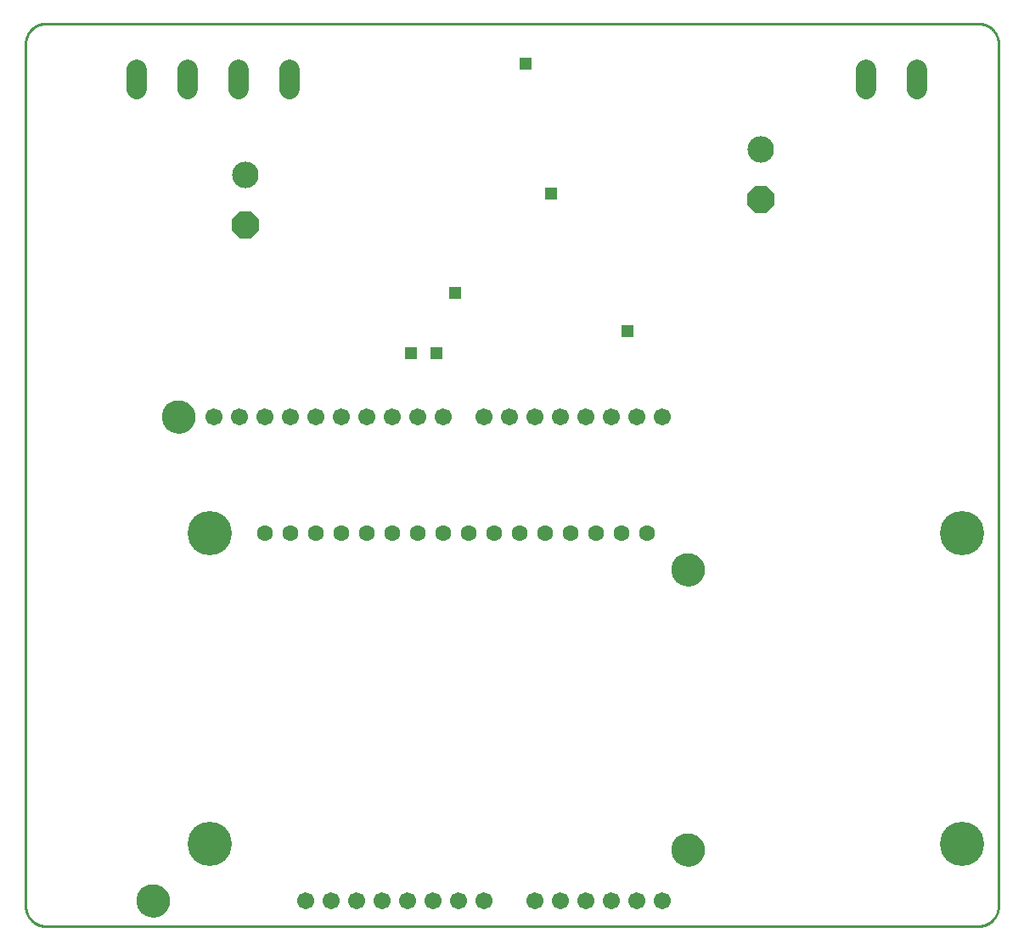
<source format=gbs>
G75*
%MOIN*%
%OFA0B0*%
%FSLAX25Y25*%
%IPPOS*%
%LPD*%
%AMOC8*
5,1,8,0,0,1.08239X$1,22.5*
%
%ADD10C,0.01000*%
%ADD11C,0.00000*%
%ADD12C,0.12998*%
%ADD13C,0.06699*%
%ADD14C,0.06306*%
%ADD15C,0.17392*%
%ADD16C,0.10400*%
%ADD17OC8,0.10400*%
%ADD18C,0.08077*%
%ADD19R,0.05124X0.05124*%
D10*
X0030095Y0010207D02*
X0030095Y0348790D01*
X0030097Y0348980D01*
X0030104Y0349170D01*
X0030116Y0349360D01*
X0030132Y0349550D01*
X0030152Y0349739D01*
X0030178Y0349928D01*
X0030207Y0350116D01*
X0030242Y0350303D01*
X0030281Y0350489D01*
X0030324Y0350674D01*
X0030372Y0350859D01*
X0030424Y0351042D01*
X0030480Y0351223D01*
X0030541Y0351403D01*
X0030607Y0351582D01*
X0030676Y0351759D01*
X0030750Y0351935D01*
X0030828Y0352108D01*
X0030911Y0352280D01*
X0030997Y0352449D01*
X0031087Y0352617D01*
X0031182Y0352782D01*
X0031280Y0352945D01*
X0031383Y0353105D01*
X0031489Y0353263D01*
X0031599Y0353418D01*
X0031712Y0353571D01*
X0031830Y0353721D01*
X0031951Y0353867D01*
X0032075Y0354011D01*
X0032203Y0354152D01*
X0032334Y0354290D01*
X0032469Y0354425D01*
X0032607Y0354556D01*
X0032748Y0354684D01*
X0032892Y0354808D01*
X0033038Y0354929D01*
X0033188Y0355047D01*
X0033341Y0355160D01*
X0033496Y0355270D01*
X0033654Y0355376D01*
X0033814Y0355479D01*
X0033977Y0355577D01*
X0034142Y0355672D01*
X0034310Y0355762D01*
X0034479Y0355848D01*
X0034651Y0355931D01*
X0034824Y0356009D01*
X0035000Y0356083D01*
X0035177Y0356152D01*
X0035356Y0356218D01*
X0035536Y0356279D01*
X0035717Y0356335D01*
X0035900Y0356387D01*
X0036085Y0356435D01*
X0036270Y0356478D01*
X0036456Y0356517D01*
X0036643Y0356552D01*
X0036831Y0356581D01*
X0037020Y0356607D01*
X0037209Y0356627D01*
X0037399Y0356643D01*
X0037589Y0356655D01*
X0037779Y0356662D01*
X0037969Y0356664D01*
X0404111Y0356664D01*
X0404301Y0356662D01*
X0404491Y0356655D01*
X0404681Y0356643D01*
X0404871Y0356627D01*
X0405060Y0356607D01*
X0405249Y0356581D01*
X0405437Y0356552D01*
X0405624Y0356517D01*
X0405810Y0356478D01*
X0405995Y0356435D01*
X0406180Y0356387D01*
X0406363Y0356335D01*
X0406544Y0356279D01*
X0406724Y0356218D01*
X0406903Y0356152D01*
X0407080Y0356083D01*
X0407256Y0356009D01*
X0407429Y0355931D01*
X0407601Y0355848D01*
X0407770Y0355762D01*
X0407938Y0355672D01*
X0408103Y0355577D01*
X0408266Y0355479D01*
X0408426Y0355376D01*
X0408584Y0355270D01*
X0408739Y0355160D01*
X0408892Y0355047D01*
X0409042Y0354929D01*
X0409188Y0354808D01*
X0409332Y0354684D01*
X0409473Y0354556D01*
X0409611Y0354425D01*
X0409746Y0354290D01*
X0409877Y0354152D01*
X0410005Y0354011D01*
X0410129Y0353867D01*
X0410250Y0353721D01*
X0410368Y0353571D01*
X0410481Y0353418D01*
X0410591Y0353263D01*
X0410697Y0353105D01*
X0410800Y0352945D01*
X0410898Y0352782D01*
X0410993Y0352617D01*
X0411083Y0352449D01*
X0411169Y0352280D01*
X0411252Y0352108D01*
X0411330Y0351935D01*
X0411404Y0351759D01*
X0411473Y0351582D01*
X0411539Y0351403D01*
X0411600Y0351223D01*
X0411656Y0351042D01*
X0411708Y0350859D01*
X0411756Y0350674D01*
X0411799Y0350489D01*
X0411838Y0350303D01*
X0411873Y0350116D01*
X0411902Y0349928D01*
X0411928Y0349739D01*
X0411948Y0349550D01*
X0411964Y0349360D01*
X0411976Y0349170D01*
X0411983Y0348980D01*
X0411985Y0348790D01*
X0411985Y0010207D01*
X0411983Y0010017D01*
X0411976Y0009827D01*
X0411964Y0009637D01*
X0411948Y0009447D01*
X0411928Y0009258D01*
X0411902Y0009069D01*
X0411873Y0008881D01*
X0411838Y0008694D01*
X0411799Y0008508D01*
X0411756Y0008323D01*
X0411708Y0008138D01*
X0411656Y0007955D01*
X0411600Y0007774D01*
X0411539Y0007594D01*
X0411473Y0007415D01*
X0411404Y0007238D01*
X0411330Y0007062D01*
X0411252Y0006889D01*
X0411169Y0006717D01*
X0411083Y0006548D01*
X0410993Y0006380D01*
X0410898Y0006215D01*
X0410800Y0006052D01*
X0410697Y0005892D01*
X0410591Y0005734D01*
X0410481Y0005579D01*
X0410368Y0005426D01*
X0410250Y0005276D01*
X0410129Y0005130D01*
X0410005Y0004986D01*
X0409877Y0004845D01*
X0409746Y0004707D01*
X0409611Y0004572D01*
X0409473Y0004441D01*
X0409332Y0004313D01*
X0409188Y0004189D01*
X0409042Y0004068D01*
X0408892Y0003950D01*
X0408739Y0003837D01*
X0408584Y0003727D01*
X0408426Y0003621D01*
X0408266Y0003518D01*
X0408103Y0003420D01*
X0407938Y0003325D01*
X0407770Y0003235D01*
X0407601Y0003149D01*
X0407429Y0003066D01*
X0407256Y0002988D01*
X0407080Y0002914D01*
X0406903Y0002845D01*
X0406724Y0002779D01*
X0406544Y0002718D01*
X0406363Y0002662D01*
X0406180Y0002610D01*
X0405995Y0002562D01*
X0405810Y0002519D01*
X0405624Y0002480D01*
X0405437Y0002445D01*
X0405249Y0002416D01*
X0405060Y0002390D01*
X0404871Y0002370D01*
X0404681Y0002354D01*
X0404491Y0002342D01*
X0404301Y0002335D01*
X0404111Y0002333D01*
X0286158Y0002333D01*
X0286095Y0002333D01*
X0037969Y0002333D01*
X0037779Y0002335D01*
X0037589Y0002342D01*
X0037399Y0002354D01*
X0037209Y0002370D01*
X0037020Y0002390D01*
X0036831Y0002416D01*
X0036643Y0002445D01*
X0036456Y0002480D01*
X0036270Y0002519D01*
X0036085Y0002562D01*
X0035900Y0002610D01*
X0035717Y0002662D01*
X0035536Y0002718D01*
X0035356Y0002779D01*
X0035177Y0002845D01*
X0035000Y0002914D01*
X0034824Y0002988D01*
X0034651Y0003066D01*
X0034479Y0003149D01*
X0034310Y0003235D01*
X0034142Y0003325D01*
X0033977Y0003420D01*
X0033814Y0003518D01*
X0033654Y0003621D01*
X0033496Y0003727D01*
X0033341Y0003837D01*
X0033188Y0003950D01*
X0033038Y0004068D01*
X0032892Y0004189D01*
X0032748Y0004313D01*
X0032607Y0004441D01*
X0032469Y0004572D01*
X0032334Y0004707D01*
X0032203Y0004845D01*
X0032075Y0004986D01*
X0031951Y0005130D01*
X0031830Y0005276D01*
X0031712Y0005426D01*
X0031599Y0005579D01*
X0031489Y0005734D01*
X0031383Y0005892D01*
X0031280Y0006052D01*
X0031182Y0006215D01*
X0031087Y0006380D01*
X0030997Y0006548D01*
X0030911Y0006717D01*
X0030828Y0006889D01*
X0030750Y0007062D01*
X0030676Y0007238D01*
X0030607Y0007415D01*
X0030541Y0007594D01*
X0030480Y0007774D01*
X0030424Y0007955D01*
X0030372Y0008138D01*
X0030324Y0008323D01*
X0030281Y0008508D01*
X0030242Y0008694D01*
X0030207Y0008881D01*
X0030178Y0009069D01*
X0030152Y0009258D01*
X0030132Y0009447D01*
X0030116Y0009637D01*
X0030104Y0009827D01*
X0030097Y0010017D01*
X0030095Y0010207D01*
X0286095Y0002334D02*
X0286105Y0002341D01*
X0286115Y0002345D01*
X0286127Y0002347D01*
X0286139Y0002345D01*
X0286150Y0002341D01*
X0286159Y0002334D01*
D11*
X0283796Y0032333D02*
X0283798Y0032491D01*
X0283804Y0032649D01*
X0283814Y0032807D01*
X0283828Y0032965D01*
X0283846Y0033122D01*
X0283867Y0033279D01*
X0283893Y0033435D01*
X0283923Y0033591D01*
X0283956Y0033746D01*
X0283994Y0033899D01*
X0284035Y0034052D01*
X0284080Y0034204D01*
X0284129Y0034355D01*
X0284182Y0034504D01*
X0284238Y0034652D01*
X0284298Y0034798D01*
X0284362Y0034943D01*
X0284430Y0035086D01*
X0284501Y0035228D01*
X0284575Y0035368D01*
X0284653Y0035505D01*
X0284735Y0035641D01*
X0284819Y0035775D01*
X0284908Y0035906D01*
X0284999Y0036035D01*
X0285094Y0036162D01*
X0285191Y0036287D01*
X0285292Y0036409D01*
X0285396Y0036528D01*
X0285503Y0036645D01*
X0285613Y0036759D01*
X0285726Y0036870D01*
X0285841Y0036979D01*
X0285959Y0037084D01*
X0286080Y0037186D01*
X0286203Y0037286D01*
X0286329Y0037382D01*
X0286457Y0037475D01*
X0286587Y0037565D01*
X0286720Y0037651D01*
X0286855Y0037735D01*
X0286991Y0037814D01*
X0287130Y0037891D01*
X0287271Y0037963D01*
X0287413Y0038033D01*
X0287557Y0038098D01*
X0287703Y0038160D01*
X0287850Y0038218D01*
X0287999Y0038273D01*
X0288149Y0038324D01*
X0288300Y0038371D01*
X0288452Y0038414D01*
X0288605Y0038453D01*
X0288760Y0038489D01*
X0288915Y0038520D01*
X0289071Y0038548D01*
X0289227Y0038572D01*
X0289384Y0038592D01*
X0289542Y0038608D01*
X0289699Y0038620D01*
X0289858Y0038628D01*
X0290016Y0038632D01*
X0290174Y0038632D01*
X0290332Y0038628D01*
X0290491Y0038620D01*
X0290648Y0038608D01*
X0290806Y0038592D01*
X0290963Y0038572D01*
X0291119Y0038548D01*
X0291275Y0038520D01*
X0291430Y0038489D01*
X0291585Y0038453D01*
X0291738Y0038414D01*
X0291890Y0038371D01*
X0292041Y0038324D01*
X0292191Y0038273D01*
X0292340Y0038218D01*
X0292487Y0038160D01*
X0292633Y0038098D01*
X0292777Y0038033D01*
X0292919Y0037963D01*
X0293060Y0037891D01*
X0293199Y0037814D01*
X0293335Y0037735D01*
X0293470Y0037651D01*
X0293603Y0037565D01*
X0293733Y0037475D01*
X0293861Y0037382D01*
X0293987Y0037286D01*
X0294110Y0037186D01*
X0294231Y0037084D01*
X0294349Y0036979D01*
X0294464Y0036870D01*
X0294577Y0036759D01*
X0294687Y0036645D01*
X0294794Y0036528D01*
X0294898Y0036409D01*
X0294999Y0036287D01*
X0295096Y0036162D01*
X0295191Y0036035D01*
X0295282Y0035906D01*
X0295371Y0035775D01*
X0295455Y0035641D01*
X0295537Y0035505D01*
X0295615Y0035368D01*
X0295689Y0035228D01*
X0295760Y0035086D01*
X0295828Y0034943D01*
X0295892Y0034798D01*
X0295952Y0034652D01*
X0296008Y0034504D01*
X0296061Y0034355D01*
X0296110Y0034204D01*
X0296155Y0034052D01*
X0296196Y0033899D01*
X0296234Y0033746D01*
X0296267Y0033591D01*
X0296297Y0033435D01*
X0296323Y0033279D01*
X0296344Y0033122D01*
X0296362Y0032965D01*
X0296376Y0032807D01*
X0296386Y0032649D01*
X0296392Y0032491D01*
X0296394Y0032333D01*
X0296392Y0032175D01*
X0296386Y0032017D01*
X0296376Y0031859D01*
X0296362Y0031701D01*
X0296344Y0031544D01*
X0296323Y0031387D01*
X0296297Y0031231D01*
X0296267Y0031075D01*
X0296234Y0030920D01*
X0296196Y0030767D01*
X0296155Y0030614D01*
X0296110Y0030462D01*
X0296061Y0030311D01*
X0296008Y0030162D01*
X0295952Y0030014D01*
X0295892Y0029868D01*
X0295828Y0029723D01*
X0295760Y0029580D01*
X0295689Y0029438D01*
X0295615Y0029298D01*
X0295537Y0029161D01*
X0295455Y0029025D01*
X0295371Y0028891D01*
X0295282Y0028760D01*
X0295191Y0028631D01*
X0295096Y0028504D01*
X0294999Y0028379D01*
X0294898Y0028257D01*
X0294794Y0028138D01*
X0294687Y0028021D01*
X0294577Y0027907D01*
X0294464Y0027796D01*
X0294349Y0027687D01*
X0294231Y0027582D01*
X0294110Y0027480D01*
X0293987Y0027380D01*
X0293861Y0027284D01*
X0293733Y0027191D01*
X0293603Y0027101D01*
X0293470Y0027015D01*
X0293335Y0026931D01*
X0293199Y0026852D01*
X0293060Y0026775D01*
X0292919Y0026703D01*
X0292777Y0026633D01*
X0292633Y0026568D01*
X0292487Y0026506D01*
X0292340Y0026448D01*
X0292191Y0026393D01*
X0292041Y0026342D01*
X0291890Y0026295D01*
X0291738Y0026252D01*
X0291585Y0026213D01*
X0291430Y0026177D01*
X0291275Y0026146D01*
X0291119Y0026118D01*
X0290963Y0026094D01*
X0290806Y0026074D01*
X0290648Y0026058D01*
X0290491Y0026046D01*
X0290332Y0026038D01*
X0290174Y0026034D01*
X0290016Y0026034D01*
X0289858Y0026038D01*
X0289699Y0026046D01*
X0289542Y0026058D01*
X0289384Y0026074D01*
X0289227Y0026094D01*
X0289071Y0026118D01*
X0288915Y0026146D01*
X0288760Y0026177D01*
X0288605Y0026213D01*
X0288452Y0026252D01*
X0288300Y0026295D01*
X0288149Y0026342D01*
X0287999Y0026393D01*
X0287850Y0026448D01*
X0287703Y0026506D01*
X0287557Y0026568D01*
X0287413Y0026633D01*
X0287271Y0026703D01*
X0287130Y0026775D01*
X0286991Y0026852D01*
X0286855Y0026931D01*
X0286720Y0027015D01*
X0286587Y0027101D01*
X0286457Y0027191D01*
X0286329Y0027284D01*
X0286203Y0027380D01*
X0286080Y0027480D01*
X0285959Y0027582D01*
X0285841Y0027687D01*
X0285726Y0027796D01*
X0285613Y0027907D01*
X0285503Y0028021D01*
X0285396Y0028138D01*
X0285292Y0028257D01*
X0285191Y0028379D01*
X0285094Y0028504D01*
X0284999Y0028631D01*
X0284908Y0028760D01*
X0284819Y0028891D01*
X0284735Y0029025D01*
X0284653Y0029161D01*
X0284575Y0029298D01*
X0284501Y0029438D01*
X0284430Y0029580D01*
X0284362Y0029723D01*
X0284298Y0029868D01*
X0284238Y0030014D01*
X0284182Y0030162D01*
X0284129Y0030311D01*
X0284080Y0030462D01*
X0284035Y0030614D01*
X0283994Y0030767D01*
X0283956Y0030920D01*
X0283923Y0031075D01*
X0283893Y0031231D01*
X0283867Y0031387D01*
X0283846Y0031544D01*
X0283828Y0031701D01*
X0283814Y0031859D01*
X0283804Y0032017D01*
X0283798Y0032175D01*
X0283796Y0032333D01*
X0283796Y0142333D02*
X0283798Y0142491D01*
X0283804Y0142649D01*
X0283814Y0142807D01*
X0283828Y0142965D01*
X0283846Y0143122D01*
X0283867Y0143279D01*
X0283893Y0143435D01*
X0283923Y0143591D01*
X0283956Y0143746D01*
X0283994Y0143899D01*
X0284035Y0144052D01*
X0284080Y0144204D01*
X0284129Y0144355D01*
X0284182Y0144504D01*
X0284238Y0144652D01*
X0284298Y0144798D01*
X0284362Y0144943D01*
X0284430Y0145086D01*
X0284501Y0145228D01*
X0284575Y0145368D01*
X0284653Y0145505D01*
X0284735Y0145641D01*
X0284819Y0145775D01*
X0284908Y0145906D01*
X0284999Y0146035D01*
X0285094Y0146162D01*
X0285191Y0146287D01*
X0285292Y0146409D01*
X0285396Y0146528D01*
X0285503Y0146645D01*
X0285613Y0146759D01*
X0285726Y0146870D01*
X0285841Y0146979D01*
X0285959Y0147084D01*
X0286080Y0147186D01*
X0286203Y0147286D01*
X0286329Y0147382D01*
X0286457Y0147475D01*
X0286587Y0147565D01*
X0286720Y0147651D01*
X0286855Y0147735D01*
X0286991Y0147814D01*
X0287130Y0147891D01*
X0287271Y0147963D01*
X0287413Y0148033D01*
X0287557Y0148098D01*
X0287703Y0148160D01*
X0287850Y0148218D01*
X0287999Y0148273D01*
X0288149Y0148324D01*
X0288300Y0148371D01*
X0288452Y0148414D01*
X0288605Y0148453D01*
X0288760Y0148489D01*
X0288915Y0148520D01*
X0289071Y0148548D01*
X0289227Y0148572D01*
X0289384Y0148592D01*
X0289542Y0148608D01*
X0289699Y0148620D01*
X0289858Y0148628D01*
X0290016Y0148632D01*
X0290174Y0148632D01*
X0290332Y0148628D01*
X0290491Y0148620D01*
X0290648Y0148608D01*
X0290806Y0148592D01*
X0290963Y0148572D01*
X0291119Y0148548D01*
X0291275Y0148520D01*
X0291430Y0148489D01*
X0291585Y0148453D01*
X0291738Y0148414D01*
X0291890Y0148371D01*
X0292041Y0148324D01*
X0292191Y0148273D01*
X0292340Y0148218D01*
X0292487Y0148160D01*
X0292633Y0148098D01*
X0292777Y0148033D01*
X0292919Y0147963D01*
X0293060Y0147891D01*
X0293199Y0147814D01*
X0293335Y0147735D01*
X0293470Y0147651D01*
X0293603Y0147565D01*
X0293733Y0147475D01*
X0293861Y0147382D01*
X0293987Y0147286D01*
X0294110Y0147186D01*
X0294231Y0147084D01*
X0294349Y0146979D01*
X0294464Y0146870D01*
X0294577Y0146759D01*
X0294687Y0146645D01*
X0294794Y0146528D01*
X0294898Y0146409D01*
X0294999Y0146287D01*
X0295096Y0146162D01*
X0295191Y0146035D01*
X0295282Y0145906D01*
X0295371Y0145775D01*
X0295455Y0145641D01*
X0295537Y0145505D01*
X0295615Y0145368D01*
X0295689Y0145228D01*
X0295760Y0145086D01*
X0295828Y0144943D01*
X0295892Y0144798D01*
X0295952Y0144652D01*
X0296008Y0144504D01*
X0296061Y0144355D01*
X0296110Y0144204D01*
X0296155Y0144052D01*
X0296196Y0143899D01*
X0296234Y0143746D01*
X0296267Y0143591D01*
X0296297Y0143435D01*
X0296323Y0143279D01*
X0296344Y0143122D01*
X0296362Y0142965D01*
X0296376Y0142807D01*
X0296386Y0142649D01*
X0296392Y0142491D01*
X0296394Y0142333D01*
X0296392Y0142175D01*
X0296386Y0142017D01*
X0296376Y0141859D01*
X0296362Y0141701D01*
X0296344Y0141544D01*
X0296323Y0141387D01*
X0296297Y0141231D01*
X0296267Y0141075D01*
X0296234Y0140920D01*
X0296196Y0140767D01*
X0296155Y0140614D01*
X0296110Y0140462D01*
X0296061Y0140311D01*
X0296008Y0140162D01*
X0295952Y0140014D01*
X0295892Y0139868D01*
X0295828Y0139723D01*
X0295760Y0139580D01*
X0295689Y0139438D01*
X0295615Y0139298D01*
X0295537Y0139161D01*
X0295455Y0139025D01*
X0295371Y0138891D01*
X0295282Y0138760D01*
X0295191Y0138631D01*
X0295096Y0138504D01*
X0294999Y0138379D01*
X0294898Y0138257D01*
X0294794Y0138138D01*
X0294687Y0138021D01*
X0294577Y0137907D01*
X0294464Y0137796D01*
X0294349Y0137687D01*
X0294231Y0137582D01*
X0294110Y0137480D01*
X0293987Y0137380D01*
X0293861Y0137284D01*
X0293733Y0137191D01*
X0293603Y0137101D01*
X0293470Y0137015D01*
X0293335Y0136931D01*
X0293199Y0136852D01*
X0293060Y0136775D01*
X0292919Y0136703D01*
X0292777Y0136633D01*
X0292633Y0136568D01*
X0292487Y0136506D01*
X0292340Y0136448D01*
X0292191Y0136393D01*
X0292041Y0136342D01*
X0291890Y0136295D01*
X0291738Y0136252D01*
X0291585Y0136213D01*
X0291430Y0136177D01*
X0291275Y0136146D01*
X0291119Y0136118D01*
X0290963Y0136094D01*
X0290806Y0136074D01*
X0290648Y0136058D01*
X0290491Y0136046D01*
X0290332Y0136038D01*
X0290174Y0136034D01*
X0290016Y0136034D01*
X0289858Y0136038D01*
X0289699Y0136046D01*
X0289542Y0136058D01*
X0289384Y0136074D01*
X0289227Y0136094D01*
X0289071Y0136118D01*
X0288915Y0136146D01*
X0288760Y0136177D01*
X0288605Y0136213D01*
X0288452Y0136252D01*
X0288300Y0136295D01*
X0288149Y0136342D01*
X0287999Y0136393D01*
X0287850Y0136448D01*
X0287703Y0136506D01*
X0287557Y0136568D01*
X0287413Y0136633D01*
X0287271Y0136703D01*
X0287130Y0136775D01*
X0286991Y0136852D01*
X0286855Y0136931D01*
X0286720Y0137015D01*
X0286587Y0137101D01*
X0286457Y0137191D01*
X0286329Y0137284D01*
X0286203Y0137380D01*
X0286080Y0137480D01*
X0285959Y0137582D01*
X0285841Y0137687D01*
X0285726Y0137796D01*
X0285613Y0137907D01*
X0285503Y0138021D01*
X0285396Y0138138D01*
X0285292Y0138257D01*
X0285191Y0138379D01*
X0285094Y0138504D01*
X0284999Y0138631D01*
X0284908Y0138760D01*
X0284819Y0138891D01*
X0284735Y0139025D01*
X0284653Y0139161D01*
X0284575Y0139298D01*
X0284501Y0139438D01*
X0284430Y0139580D01*
X0284362Y0139723D01*
X0284298Y0139868D01*
X0284238Y0140014D01*
X0284182Y0140162D01*
X0284129Y0140311D01*
X0284080Y0140462D01*
X0284035Y0140614D01*
X0283994Y0140767D01*
X0283956Y0140920D01*
X0283923Y0141075D01*
X0283893Y0141231D01*
X0283867Y0141387D01*
X0283846Y0141544D01*
X0283828Y0141701D01*
X0283814Y0141859D01*
X0283804Y0142017D01*
X0283798Y0142175D01*
X0283796Y0142333D01*
X0083796Y0202333D02*
X0083798Y0202491D01*
X0083804Y0202649D01*
X0083814Y0202807D01*
X0083828Y0202965D01*
X0083846Y0203122D01*
X0083867Y0203279D01*
X0083893Y0203435D01*
X0083923Y0203591D01*
X0083956Y0203746D01*
X0083994Y0203899D01*
X0084035Y0204052D01*
X0084080Y0204204D01*
X0084129Y0204355D01*
X0084182Y0204504D01*
X0084238Y0204652D01*
X0084298Y0204798D01*
X0084362Y0204943D01*
X0084430Y0205086D01*
X0084501Y0205228D01*
X0084575Y0205368D01*
X0084653Y0205505D01*
X0084735Y0205641D01*
X0084819Y0205775D01*
X0084908Y0205906D01*
X0084999Y0206035D01*
X0085094Y0206162D01*
X0085191Y0206287D01*
X0085292Y0206409D01*
X0085396Y0206528D01*
X0085503Y0206645D01*
X0085613Y0206759D01*
X0085726Y0206870D01*
X0085841Y0206979D01*
X0085959Y0207084D01*
X0086080Y0207186D01*
X0086203Y0207286D01*
X0086329Y0207382D01*
X0086457Y0207475D01*
X0086587Y0207565D01*
X0086720Y0207651D01*
X0086855Y0207735D01*
X0086991Y0207814D01*
X0087130Y0207891D01*
X0087271Y0207963D01*
X0087413Y0208033D01*
X0087557Y0208098D01*
X0087703Y0208160D01*
X0087850Y0208218D01*
X0087999Y0208273D01*
X0088149Y0208324D01*
X0088300Y0208371D01*
X0088452Y0208414D01*
X0088605Y0208453D01*
X0088760Y0208489D01*
X0088915Y0208520D01*
X0089071Y0208548D01*
X0089227Y0208572D01*
X0089384Y0208592D01*
X0089542Y0208608D01*
X0089699Y0208620D01*
X0089858Y0208628D01*
X0090016Y0208632D01*
X0090174Y0208632D01*
X0090332Y0208628D01*
X0090491Y0208620D01*
X0090648Y0208608D01*
X0090806Y0208592D01*
X0090963Y0208572D01*
X0091119Y0208548D01*
X0091275Y0208520D01*
X0091430Y0208489D01*
X0091585Y0208453D01*
X0091738Y0208414D01*
X0091890Y0208371D01*
X0092041Y0208324D01*
X0092191Y0208273D01*
X0092340Y0208218D01*
X0092487Y0208160D01*
X0092633Y0208098D01*
X0092777Y0208033D01*
X0092919Y0207963D01*
X0093060Y0207891D01*
X0093199Y0207814D01*
X0093335Y0207735D01*
X0093470Y0207651D01*
X0093603Y0207565D01*
X0093733Y0207475D01*
X0093861Y0207382D01*
X0093987Y0207286D01*
X0094110Y0207186D01*
X0094231Y0207084D01*
X0094349Y0206979D01*
X0094464Y0206870D01*
X0094577Y0206759D01*
X0094687Y0206645D01*
X0094794Y0206528D01*
X0094898Y0206409D01*
X0094999Y0206287D01*
X0095096Y0206162D01*
X0095191Y0206035D01*
X0095282Y0205906D01*
X0095371Y0205775D01*
X0095455Y0205641D01*
X0095537Y0205505D01*
X0095615Y0205368D01*
X0095689Y0205228D01*
X0095760Y0205086D01*
X0095828Y0204943D01*
X0095892Y0204798D01*
X0095952Y0204652D01*
X0096008Y0204504D01*
X0096061Y0204355D01*
X0096110Y0204204D01*
X0096155Y0204052D01*
X0096196Y0203899D01*
X0096234Y0203746D01*
X0096267Y0203591D01*
X0096297Y0203435D01*
X0096323Y0203279D01*
X0096344Y0203122D01*
X0096362Y0202965D01*
X0096376Y0202807D01*
X0096386Y0202649D01*
X0096392Y0202491D01*
X0096394Y0202333D01*
X0096392Y0202175D01*
X0096386Y0202017D01*
X0096376Y0201859D01*
X0096362Y0201701D01*
X0096344Y0201544D01*
X0096323Y0201387D01*
X0096297Y0201231D01*
X0096267Y0201075D01*
X0096234Y0200920D01*
X0096196Y0200767D01*
X0096155Y0200614D01*
X0096110Y0200462D01*
X0096061Y0200311D01*
X0096008Y0200162D01*
X0095952Y0200014D01*
X0095892Y0199868D01*
X0095828Y0199723D01*
X0095760Y0199580D01*
X0095689Y0199438D01*
X0095615Y0199298D01*
X0095537Y0199161D01*
X0095455Y0199025D01*
X0095371Y0198891D01*
X0095282Y0198760D01*
X0095191Y0198631D01*
X0095096Y0198504D01*
X0094999Y0198379D01*
X0094898Y0198257D01*
X0094794Y0198138D01*
X0094687Y0198021D01*
X0094577Y0197907D01*
X0094464Y0197796D01*
X0094349Y0197687D01*
X0094231Y0197582D01*
X0094110Y0197480D01*
X0093987Y0197380D01*
X0093861Y0197284D01*
X0093733Y0197191D01*
X0093603Y0197101D01*
X0093470Y0197015D01*
X0093335Y0196931D01*
X0093199Y0196852D01*
X0093060Y0196775D01*
X0092919Y0196703D01*
X0092777Y0196633D01*
X0092633Y0196568D01*
X0092487Y0196506D01*
X0092340Y0196448D01*
X0092191Y0196393D01*
X0092041Y0196342D01*
X0091890Y0196295D01*
X0091738Y0196252D01*
X0091585Y0196213D01*
X0091430Y0196177D01*
X0091275Y0196146D01*
X0091119Y0196118D01*
X0090963Y0196094D01*
X0090806Y0196074D01*
X0090648Y0196058D01*
X0090491Y0196046D01*
X0090332Y0196038D01*
X0090174Y0196034D01*
X0090016Y0196034D01*
X0089858Y0196038D01*
X0089699Y0196046D01*
X0089542Y0196058D01*
X0089384Y0196074D01*
X0089227Y0196094D01*
X0089071Y0196118D01*
X0088915Y0196146D01*
X0088760Y0196177D01*
X0088605Y0196213D01*
X0088452Y0196252D01*
X0088300Y0196295D01*
X0088149Y0196342D01*
X0087999Y0196393D01*
X0087850Y0196448D01*
X0087703Y0196506D01*
X0087557Y0196568D01*
X0087413Y0196633D01*
X0087271Y0196703D01*
X0087130Y0196775D01*
X0086991Y0196852D01*
X0086855Y0196931D01*
X0086720Y0197015D01*
X0086587Y0197101D01*
X0086457Y0197191D01*
X0086329Y0197284D01*
X0086203Y0197380D01*
X0086080Y0197480D01*
X0085959Y0197582D01*
X0085841Y0197687D01*
X0085726Y0197796D01*
X0085613Y0197907D01*
X0085503Y0198021D01*
X0085396Y0198138D01*
X0085292Y0198257D01*
X0085191Y0198379D01*
X0085094Y0198504D01*
X0084999Y0198631D01*
X0084908Y0198760D01*
X0084819Y0198891D01*
X0084735Y0199025D01*
X0084653Y0199161D01*
X0084575Y0199298D01*
X0084501Y0199438D01*
X0084430Y0199580D01*
X0084362Y0199723D01*
X0084298Y0199868D01*
X0084238Y0200014D01*
X0084182Y0200162D01*
X0084129Y0200311D01*
X0084080Y0200462D01*
X0084035Y0200614D01*
X0083994Y0200767D01*
X0083956Y0200920D01*
X0083923Y0201075D01*
X0083893Y0201231D01*
X0083867Y0201387D01*
X0083846Y0201544D01*
X0083828Y0201701D01*
X0083814Y0201859D01*
X0083804Y0202017D01*
X0083798Y0202175D01*
X0083796Y0202333D01*
X0073796Y0012333D02*
X0073798Y0012491D01*
X0073804Y0012649D01*
X0073814Y0012807D01*
X0073828Y0012965D01*
X0073846Y0013122D01*
X0073867Y0013279D01*
X0073893Y0013435D01*
X0073923Y0013591D01*
X0073956Y0013746D01*
X0073994Y0013899D01*
X0074035Y0014052D01*
X0074080Y0014204D01*
X0074129Y0014355D01*
X0074182Y0014504D01*
X0074238Y0014652D01*
X0074298Y0014798D01*
X0074362Y0014943D01*
X0074430Y0015086D01*
X0074501Y0015228D01*
X0074575Y0015368D01*
X0074653Y0015505D01*
X0074735Y0015641D01*
X0074819Y0015775D01*
X0074908Y0015906D01*
X0074999Y0016035D01*
X0075094Y0016162D01*
X0075191Y0016287D01*
X0075292Y0016409D01*
X0075396Y0016528D01*
X0075503Y0016645D01*
X0075613Y0016759D01*
X0075726Y0016870D01*
X0075841Y0016979D01*
X0075959Y0017084D01*
X0076080Y0017186D01*
X0076203Y0017286D01*
X0076329Y0017382D01*
X0076457Y0017475D01*
X0076587Y0017565D01*
X0076720Y0017651D01*
X0076855Y0017735D01*
X0076991Y0017814D01*
X0077130Y0017891D01*
X0077271Y0017963D01*
X0077413Y0018033D01*
X0077557Y0018098D01*
X0077703Y0018160D01*
X0077850Y0018218D01*
X0077999Y0018273D01*
X0078149Y0018324D01*
X0078300Y0018371D01*
X0078452Y0018414D01*
X0078605Y0018453D01*
X0078760Y0018489D01*
X0078915Y0018520D01*
X0079071Y0018548D01*
X0079227Y0018572D01*
X0079384Y0018592D01*
X0079542Y0018608D01*
X0079699Y0018620D01*
X0079858Y0018628D01*
X0080016Y0018632D01*
X0080174Y0018632D01*
X0080332Y0018628D01*
X0080491Y0018620D01*
X0080648Y0018608D01*
X0080806Y0018592D01*
X0080963Y0018572D01*
X0081119Y0018548D01*
X0081275Y0018520D01*
X0081430Y0018489D01*
X0081585Y0018453D01*
X0081738Y0018414D01*
X0081890Y0018371D01*
X0082041Y0018324D01*
X0082191Y0018273D01*
X0082340Y0018218D01*
X0082487Y0018160D01*
X0082633Y0018098D01*
X0082777Y0018033D01*
X0082919Y0017963D01*
X0083060Y0017891D01*
X0083199Y0017814D01*
X0083335Y0017735D01*
X0083470Y0017651D01*
X0083603Y0017565D01*
X0083733Y0017475D01*
X0083861Y0017382D01*
X0083987Y0017286D01*
X0084110Y0017186D01*
X0084231Y0017084D01*
X0084349Y0016979D01*
X0084464Y0016870D01*
X0084577Y0016759D01*
X0084687Y0016645D01*
X0084794Y0016528D01*
X0084898Y0016409D01*
X0084999Y0016287D01*
X0085096Y0016162D01*
X0085191Y0016035D01*
X0085282Y0015906D01*
X0085371Y0015775D01*
X0085455Y0015641D01*
X0085537Y0015505D01*
X0085615Y0015368D01*
X0085689Y0015228D01*
X0085760Y0015086D01*
X0085828Y0014943D01*
X0085892Y0014798D01*
X0085952Y0014652D01*
X0086008Y0014504D01*
X0086061Y0014355D01*
X0086110Y0014204D01*
X0086155Y0014052D01*
X0086196Y0013899D01*
X0086234Y0013746D01*
X0086267Y0013591D01*
X0086297Y0013435D01*
X0086323Y0013279D01*
X0086344Y0013122D01*
X0086362Y0012965D01*
X0086376Y0012807D01*
X0086386Y0012649D01*
X0086392Y0012491D01*
X0086394Y0012333D01*
X0086392Y0012175D01*
X0086386Y0012017D01*
X0086376Y0011859D01*
X0086362Y0011701D01*
X0086344Y0011544D01*
X0086323Y0011387D01*
X0086297Y0011231D01*
X0086267Y0011075D01*
X0086234Y0010920D01*
X0086196Y0010767D01*
X0086155Y0010614D01*
X0086110Y0010462D01*
X0086061Y0010311D01*
X0086008Y0010162D01*
X0085952Y0010014D01*
X0085892Y0009868D01*
X0085828Y0009723D01*
X0085760Y0009580D01*
X0085689Y0009438D01*
X0085615Y0009298D01*
X0085537Y0009161D01*
X0085455Y0009025D01*
X0085371Y0008891D01*
X0085282Y0008760D01*
X0085191Y0008631D01*
X0085096Y0008504D01*
X0084999Y0008379D01*
X0084898Y0008257D01*
X0084794Y0008138D01*
X0084687Y0008021D01*
X0084577Y0007907D01*
X0084464Y0007796D01*
X0084349Y0007687D01*
X0084231Y0007582D01*
X0084110Y0007480D01*
X0083987Y0007380D01*
X0083861Y0007284D01*
X0083733Y0007191D01*
X0083603Y0007101D01*
X0083470Y0007015D01*
X0083335Y0006931D01*
X0083199Y0006852D01*
X0083060Y0006775D01*
X0082919Y0006703D01*
X0082777Y0006633D01*
X0082633Y0006568D01*
X0082487Y0006506D01*
X0082340Y0006448D01*
X0082191Y0006393D01*
X0082041Y0006342D01*
X0081890Y0006295D01*
X0081738Y0006252D01*
X0081585Y0006213D01*
X0081430Y0006177D01*
X0081275Y0006146D01*
X0081119Y0006118D01*
X0080963Y0006094D01*
X0080806Y0006074D01*
X0080648Y0006058D01*
X0080491Y0006046D01*
X0080332Y0006038D01*
X0080174Y0006034D01*
X0080016Y0006034D01*
X0079858Y0006038D01*
X0079699Y0006046D01*
X0079542Y0006058D01*
X0079384Y0006074D01*
X0079227Y0006094D01*
X0079071Y0006118D01*
X0078915Y0006146D01*
X0078760Y0006177D01*
X0078605Y0006213D01*
X0078452Y0006252D01*
X0078300Y0006295D01*
X0078149Y0006342D01*
X0077999Y0006393D01*
X0077850Y0006448D01*
X0077703Y0006506D01*
X0077557Y0006568D01*
X0077413Y0006633D01*
X0077271Y0006703D01*
X0077130Y0006775D01*
X0076991Y0006852D01*
X0076855Y0006931D01*
X0076720Y0007015D01*
X0076587Y0007101D01*
X0076457Y0007191D01*
X0076329Y0007284D01*
X0076203Y0007380D01*
X0076080Y0007480D01*
X0075959Y0007582D01*
X0075841Y0007687D01*
X0075726Y0007796D01*
X0075613Y0007907D01*
X0075503Y0008021D01*
X0075396Y0008138D01*
X0075292Y0008257D01*
X0075191Y0008379D01*
X0075094Y0008504D01*
X0074999Y0008631D01*
X0074908Y0008760D01*
X0074819Y0008891D01*
X0074735Y0009025D01*
X0074653Y0009161D01*
X0074575Y0009298D01*
X0074501Y0009438D01*
X0074430Y0009580D01*
X0074362Y0009723D01*
X0074298Y0009868D01*
X0074238Y0010014D01*
X0074182Y0010162D01*
X0074129Y0010311D01*
X0074080Y0010462D01*
X0074035Y0010614D01*
X0073994Y0010767D01*
X0073956Y0010920D01*
X0073923Y0011075D01*
X0073893Y0011231D01*
X0073867Y0011387D01*
X0073846Y0011544D01*
X0073828Y0011701D01*
X0073814Y0011859D01*
X0073804Y0012017D01*
X0073798Y0012175D01*
X0073796Y0012333D01*
D12*
X0080095Y0012333D03*
X0090095Y0202333D03*
X0290095Y0142333D03*
X0290095Y0032333D03*
D13*
X0280095Y0012333D03*
X0270095Y0012333D03*
X0260095Y0012333D03*
X0250095Y0012333D03*
X0240095Y0012333D03*
X0230095Y0012333D03*
X0210095Y0012333D03*
X0200095Y0012333D03*
X0190095Y0012333D03*
X0180095Y0012333D03*
X0170095Y0012333D03*
X0160095Y0012333D03*
X0150095Y0012333D03*
X0140095Y0012333D03*
X0144095Y0202333D03*
X0134095Y0202333D03*
X0124095Y0202333D03*
X0114095Y0202333D03*
X0104095Y0202333D03*
X0154095Y0202333D03*
X0164095Y0202333D03*
X0174095Y0202333D03*
X0184095Y0202333D03*
X0194095Y0202333D03*
X0210095Y0202333D03*
X0220095Y0202333D03*
X0230095Y0202333D03*
X0240095Y0202333D03*
X0250095Y0202333D03*
X0260095Y0202333D03*
X0270095Y0202333D03*
X0280095Y0202333D03*
D14*
X0274091Y0156723D03*
X0264091Y0156723D03*
X0254091Y0156723D03*
X0244091Y0156723D03*
X0234091Y0156723D03*
X0224091Y0156723D03*
X0214091Y0156723D03*
X0204091Y0156723D03*
X0194091Y0156723D03*
X0184091Y0156723D03*
X0174091Y0156723D03*
X0164091Y0156723D03*
X0154091Y0156723D03*
X0144091Y0156723D03*
X0134091Y0156723D03*
X0124091Y0156723D03*
D15*
X0102438Y0156723D03*
X0102438Y0034676D03*
X0397713Y0034676D03*
X0397713Y0156723D03*
D16*
X0318845Y0307176D03*
X0116345Y0297176D03*
D17*
X0116345Y0277491D03*
X0318845Y0287491D03*
D18*
X0360095Y0330995D02*
X0360095Y0338672D01*
X0380095Y0338672D02*
X0380095Y0330995D01*
X0133845Y0330995D02*
X0133845Y0338672D01*
X0113845Y0338672D02*
X0113845Y0330995D01*
X0093845Y0330995D02*
X0093845Y0338672D01*
X0073845Y0338672D02*
X0073845Y0330995D01*
D19*
X0181345Y0227333D03*
X0191345Y0227333D03*
X0198845Y0251083D03*
X0236345Y0289833D03*
X0226345Y0341083D03*
X0266345Y0236083D03*
M02*

</source>
